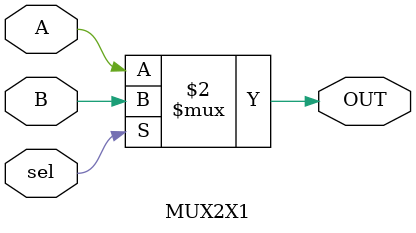
<source format=v>
`timescale 1ns / 1ps


module MUX2X1(
input A,
input B,
input sel,
output OUT
    );
   assign OUT=(sel==1)?B:A;
endmodule

</source>
